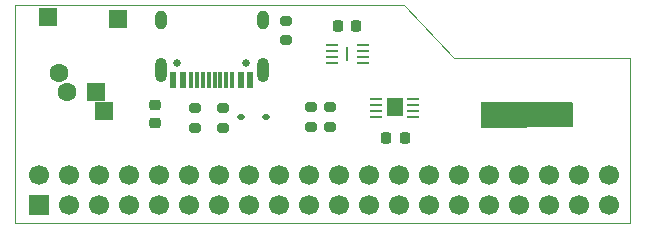
<source format=gbr>
%TF.GenerationSoftware,KiCad,Pcbnew,9.0.7-9.0.7~ubuntu24.04.1*%
%TF.CreationDate,2026-01-11T20:29:35+01:00*%
%TF.ProjectId,mfi,6d66692e-6b69-4636-9164-5f7063625858,rev?*%
%TF.SameCoordinates,Original*%
%TF.FileFunction,Soldermask,Top*%
%TF.FilePolarity,Negative*%
%FSLAX46Y46*%
G04 Gerber Fmt 4.6, Leading zero omitted, Abs format (unit mm)*
G04 Created by KiCad (PCBNEW 9.0.7-9.0.7~ubuntu24.04.1) date 2026-01-11 20:29:35*
%MOMM*%
%LPD*%
G01*
G04 APERTURE LIST*
G04 Aperture macros list*
%AMRoundRect*
0 Rectangle with rounded corners*
0 $1 Rounding radius*
0 $2 $3 $4 $5 $6 $7 $8 $9 X,Y pos of 4 corners*
0 Add a 4 corners polygon primitive as box body*
4,1,4,$2,$3,$4,$5,$6,$7,$8,$9,$2,$3,0*
0 Add four circle primitives for the rounded corners*
1,1,$1+$1,$2,$3*
1,1,$1+$1,$4,$5*
1,1,$1+$1,$6,$7*
1,1,$1+$1,$8,$9*
0 Add four rect primitives between the rounded corners*
20,1,$1+$1,$2,$3,$4,$5,0*
20,1,$1+$1,$4,$5,$6,$7,0*
20,1,$1+$1,$6,$7,$8,$9,0*
20,1,$1+$1,$8,$9,$2,$3,0*%
G04 Aperture macros list end*
%ADD10RoundRect,0.062500X-0.437500X-0.062500X0.437500X-0.062500X0.437500X0.062500X-0.437500X0.062500X0*%
%ADD11R,1.400000X1.600000*%
%ADD12RoundRect,0.062500X-0.450000X-0.062500X0.450000X-0.062500X0.450000X0.062500X-0.450000X0.062500X0*%
%ADD13RoundRect,0.100000X-0.000010X-0.500000X0.000010X-0.500000X0.000010X0.500000X-0.000010X0.500000X0*%
%ADD14RoundRect,0.250000X0.550000X0.550000X-0.550000X0.550000X-0.550000X-0.550000X0.550000X-0.550000X0*%
%ADD15C,1.600000*%
%ADD16R,1.700000X1.700000*%
%ADD17C,1.700000*%
%ADD18RoundRect,0.225000X0.225000X0.250000X-0.225000X0.250000X-0.225000X-0.250000X0.225000X-0.250000X0*%
%ADD19RoundRect,0.225000X0.250000X-0.225000X0.250000X0.225000X-0.250000X0.225000X-0.250000X-0.225000X0*%
%ADD20RoundRect,0.200000X-0.275000X0.200000X-0.275000X-0.200000X0.275000X-0.200000X0.275000X0.200000X0*%
%ADD21R,1.500000X1.500000*%
%ADD22C,0.650000*%
%ADD23R,0.600000X1.450000*%
%ADD24R,0.300000X1.450000*%
%ADD25O,1.000000X2.100000*%
%ADD26O,1.000000X1.600000*%
%ADD27RoundRect,0.062500X0.437500X0.062500X-0.437500X0.062500X-0.437500X-0.062500X0.437500X-0.062500X0*%
%ADD28RoundRect,0.200000X0.275000X-0.200000X0.275000X0.200000X-0.275000X0.200000X-0.275000X-0.200000X0*%
%ADD29RoundRect,0.112500X0.187500X0.112500X-0.187500X0.112500X-0.187500X-0.112500X0.187500X-0.112500X0*%
%ADD30RoundRect,0.225000X-0.225000X-0.250000X0.225000X-0.250000X0.225000X0.250000X-0.225000X0.250000X0*%
%TA.AperFunction,Profile*%
%ADD31C,0.010000*%
%TD*%
G04 APERTURE END LIST*
D10*
%TO.C,U3*%
X141708112Y-120025000D03*
X141708112Y-120525000D03*
X141708112Y-121025000D03*
X141708112Y-121525000D03*
X144908112Y-121525000D03*
X144908112Y-121025000D03*
X144908112Y-120525000D03*
X144908112Y-120025000D03*
D11*
X143308112Y-120825000D03*
%TD*%
D12*
%TO.C,U2*%
X126775000Y-114900000D03*
X126775000Y-115400000D03*
X126775000Y-115900000D03*
X126775000Y-116400000D03*
X129400000Y-116400000D03*
X129400000Y-115900000D03*
X129400000Y-115400000D03*
X129400000Y-114900000D03*
D13*
X128087500Y-115650000D03*
%TD*%
D14*
%TO.C,C3*%
X107500000Y-120450000D03*
X106829063Y-118850000D03*
D15*
X104329063Y-118850000D03*
X103658126Y-117250000D03*
%TD*%
D16*
%TO.C,J1*%
X101960000Y-128450000D03*
D17*
X101960000Y-125910000D03*
X104500000Y-128450000D03*
X104500000Y-125910000D03*
X107040000Y-128450000D03*
X107040000Y-125910000D03*
X109580000Y-128450000D03*
X109580000Y-125910000D03*
X112120000Y-128450000D03*
X112120000Y-125910000D03*
X114660000Y-128450000D03*
X114660000Y-125910000D03*
X117200000Y-128450000D03*
X117200000Y-125910000D03*
X119740000Y-128450000D03*
X119740000Y-125910000D03*
X122280000Y-128450000D03*
X122280000Y-125910000D03*
X124820000Y-128450000D03*
X124820000Y-125910000D03*
X127360000Y-128450000D03*
X127360000Y-125910000D03*
X129900000Y-128450000D03*
X129900000Y-125910000D03*
X132440000Y-128450000D03*
X132440000Y-125910000D03*
X134980000Y-128450000D03*
X134980000Y-125910000D03*
X137520000Y-128450000D03*
X137520000Y-125910000D03*
X140060000Y-128450000D03*
X140060000Y-125910000D03*
X142600000Y-128450000D03*
X142600000Y-125910000D03*
X145140000Y-128450000D03*
X145140000Y-125910000D03*
X147680000Y-128450000D03*
X147680000Y-125910000D03*
X150220000Y-128450000D03*
X150220000Y-125910000D03*
%TD*%
D18*
%TO.C,C2*%
X128850000Y-113300000D03*
X127300000Y-113300000D03*
%TD*%
D19*
%TO.C,C9*%
X111800000Y-121500000D03*
X111800000Y-119950000D03*
%TD*%
D20*
%TO.C,R4*%
X115210000Y-120225000D03*
X115210000Y-121875000D03*
%TD*%
%TO.C,R5*%
X122900000Y-112850000D03*
X122900000Y-114500000D03*
%TD*%
D21*
%TO.C,TP2*%
X108700000Y-112650000D03*
%TD*%
%TO.C,TP4*%
X102800000Y-112550000D03*
%TD*%
D22*
%TO.C,J4*%
X119500000Y-116450000D03*
X113720000Y-116450000D03*
D23*
X119860000Y-117895000D03*
X119060000Y-117895000D03*
D24*
X117860000Y-117895000D03*
X116860000Y-117895000D03*
X116360000Y-117895000D03*
X115360000Y-117895000D03*
D23*
X114160000Y-117895000D03*
X113360000Y-117895000D03*
X113360000Y-117895000D03*
X114160000Y-117895000D03*
D24*
X114860000Y-117895000D03*
X115860000Y-117895000D03*
X117360000Y-117895000D03*
X118360000Y-117895000D03*
D23*
X119060000Y-117895000D03*
X119860000Y-117895000D03*
D25*
X120930000Y-116980000D03*
D26*
X120930000Y-112800000D03*
D25*
X112290000Y-116980000D03*
D26*
X112290000Y-112800000D03*
%TD*%
D20*
%TO.C,R3*%
X117610000Y-120225000D03*
X117610000Y-121875000D03*
%TD*%
D27*
%TO.C,U1*%
X133700000Y-120950000D03*
X133700000Y-120450000D03*
X133700000Y-119950000D03*
X133700000Y-119450000D03*
X130500000Y-119450000D03*
X130500000Y-119950000D03*
X130500000Y-120450000D03*
X130500000Y-120950000D03*
D11*
X132100000Y-120150000D03*
%TD*%
D28*
%TO.C,R2*%
X125000000Y-121800000D03*
X125000000Y-120150000D03*
%TD*%
D29*
%TO.C,D5*%
X121200000Y-120950000D03*
X119100000Y-120950000D03*
%TD*%
D28*
%TO.C,R1*%
X126600000Y-121800000D03*
X126600000Y-120150000D03*
%TD*%
D30*
%TO.C,C1*%
X131400000Y-122750000D03*
X132950000Y-122750000D03*
%TD*%
G36*
X147143039Y-119719685D02*
G01*
X147188794Y-119772489D01*
X147200000Y-119824000D01*
X147200000Y-121677579D01*
X147180315Y-121744618D01*
X147127511Y-121790373D01*
X147077590Y-121801569D01*
X139525590Y-121898389D01*
X139458303Y-121879565D01*
X139411875Y-121827352D01*
X139400000Y-121774399D01*
X139400000Y-119824000D01*
X139419685Y-119756961D01*
X139472489Y-119711206D01*
X139524000Y-119700000D01*
X147076000Y-119700000D01*
X147143039Y-119719685D01*
G37*
D31*
X137100000Y-116000000D02*
X152000000Y-116000000D01*
X132900000Y-111500000D02*
X137100000Y-116000000D01*
X100000000Y-130000000D02*
X152000000Y-130000000D01*
X100000000Y-111500000D02*
X132900000Y-111500000D01*
X152000000Y-116000000D02*
X152000000Y-130000000D01*
X100000000Y-111500000D02*
X100000000Y-130000000D01*
M02*

</source>
